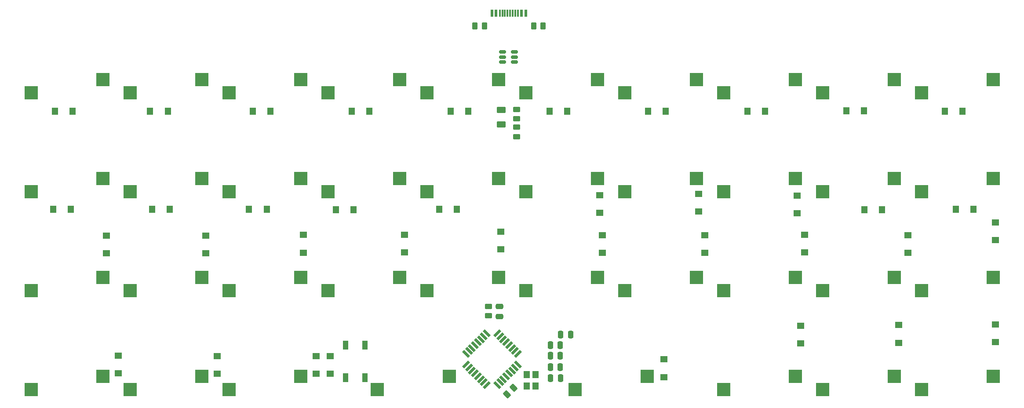
<source format=gbr>
%TF.GenerationSoftware,KiCad,Pcbnew,(5.99.0-12882-g2a6c73b8df)*%
%TF.CreationDate,2021-11-03T21:03:34+01:00*%
%TF.ProjectId,ortho-qaz,6f727468-6f2d-4716-917a-2e6b69636164,rev?*%
%TF.SameCoordinates,Original*%
%TF.FileFunction,Paste,Bot*%
%TF.FilePolarity,Positive*%
%FSLAX46Y46*%
G04 Gerber Fmt 4.6, Leading zero omitted, Abs format (unit mm)*
G04 Created by KiCad (PCBNEW (5.99.0-12882-g2a6c73b8df)) date 2021-11-03 21:03:34*
%MOMM*%
%LPD*%
G01*
G04 APERTURE LIST*
G04 Aperture macros list*
%AMRoundRect*
0 Rectangle with rounded corners*
0 $1 Rounding radius*
0 $2 $3 $4 $5 $6 $7 $8 $9 X,Y pos of 4 corners*
0 Add a 4 corners polygon primitive as box body*
4,1,4,$2,$3,$4,$5,$6,$7,$8,$9,$2,$3,0*
0 Add four circle primitives for the rounded corners*
1,1,$1+$1,$2,$3*
1,1,$1+$1,$4,$5*
1,1,$1+$1,$6,$7*
1,1,$1+$1,$8,$9*
0 Add four rect primitives between the rounded corners*
20,1,$1+$1,$2,$3,$4,$5,0*
20,1,$1+$1,$4,$5,$6,$7,0*
20,1,$1+$1,$6,$7,$8,$9,0*
20,1,$1+$1,$8,$9,$2,$3,0*%
%AMRotRect*
0 Rectangle, with rotation*
0 The origin of the aperture is its center*
0 $1 length*
0 $2 width*
0 $3 Rotation angle, in degrees counterclockwise*
0 Add horizontal line*
21,1,$1,$2,0,0,$3*%
G04 Aperture macros list end*
%ADD10R,1.400000X1.200000*%
%ADD11R,1.200000X1.400000*%
%ADD12R,2.550000X2.500000*%
%ADD13RoundRect,0.250000X-0.250000X-0.475000X0.250000X-0.475000X0.250000X0.475000X-0.250000X0.475000X0*%
%ADD14R,0.600000X1.450000*%
%ADD15R,0.300000X1.450000*%
%ADD16RoundRect,0.150000X0.512500X0.150000X-0.512500X0.150000X-0.512500X-0.150000X0.512500X-0.150000X0*%
%ADD17RotRect,1.600000X0.550000X45.000000*%
%ADD18RotRect,1.600000X0.550000X135.000000*%
%ADD19R,1.000000X1.700000*%
%ADD20RoundRect,0.249998X-0.132583X0.503816X-0.503816X0.132583X0.132583X-0.503816X0.503816X-0.132583X0*%
%ADD21RoundRect,0.249998X0.262502X0.450002X-0.262502X0.450002X-0.262502X-0.450002X0.262502X-0.450002X0*%
%ADD22RoundRect,0.249998X-0.262502X-0.450002X0.262502X-0.450002X0.262502X0.450002X-0.262502X0.450002X0*%
%ADD23RoundRect,0.249998X-0.450002X0.262502X-0.450002X-0.262502X0.450002X-0.262502X0.450002X0.262502X0*%
%ADD24RoundRect,0.249998X0.450002X-0.262502X0.450002X0.262502X-0.450002X0.262502X-0.450002X-0.262502X0*%
%ADD25RoundRect,0.250000X-0.625000X0.375000X-0.625000X-0.375000X0.625000X-0.375000X0.625000X0.375000X0*%
%ADD26RoundRect,0.250000X0.250000X0.475000X-0.250000X0.475000X-0.250000X-0.475000X0.250000X-0.475000X0*%
%ADD27RoundRect,0.250000X0.475000X-0.250000X0.475000X0.250000X-0.475000X0.250000X-0.475000X-0.250000X0*%
G04 APERTURE END LIST*
D10*
%TO.C,D39*%
X240390000Y-85030000D03*
X240390000Y-88430000D03*
%TD*%
%TO.C,D38*%
X221790000Y-85130000D03*
X221790000Y-88530000D03*
%TD*%
%TO.C,D37*%
X202890000Y-85230000D03*
X202890000Y-88630000D03*
%TD*%
%TO.C,D35*%
X176540000Y-95130000D03*
X176540000Y-91730000D03*
%TD*%
%TO.C,D33*%
X112290000Y-94480000D03*
X112290000Y-91080000D03*
%TD*%
%TO.C,D32*%
X109640000Y-94480000D03*
X109640000Y-91080000D03*
%TD*%
%TO.C,D31*%
X90540000Y-94480000D03*
X90540000Y-91080000D03*
%TD*%
%TO.C,D30*%
X71490000Y-94380000D03*
X71490000Y-90980000D03*
%TD*%
%TO.C,D29*%
X240390000Y-65330000D03*
X240390000Y-68730000D03*
%TD*%
%TO.C,D28*%
X223590000Y-67830000D03*
X223590000Y-71230000D03*
%TD*%
%TO.C,D27*%
X203690000Y-67730000D03*
X203690000Y-71130000D03*
%TD*%
%TO.C,D26*%
X184490000Y-67830000D03*
X184490000Y-71230000D03*
%TD*%
%TO.C,D25*%
X164690000Y-67830000D03*
X164690000Y-71230000D03*
%TD*%
%TO.C,D24*%
X145140000Y-67130000D03*
X145140000Y-70530000D03*
%TD*%
%TO.C,D23*%
X126590000Y-67730000D03*
X126590000Y-71130000D03*
%TD*%
%TO.C,D22*%
X107190000Y-67780000D03*
X107190000Y-71180000D03*
%TD*%
%TO.C,D21*%
X88390000Y-67880000D03*
X88390000Y-71280000D03*
%TD*%
%TO.C,D20*%
X69240000Y-67930000D03*
X69240000Y-71330000D03*
%TD*%
D11*
%TO.C,D19*%
X232790000Y-62830000D03*
X236190000Y-62830000D03*
%TD*%
%TO.C,D18*%
X215190000Y-62930000D03*
X218590000Y-62930000D03*
%TD*%
D10*
%TO.C,D17*%
X202190000Y-63630000D03*
X202190000Y-60230000D03*
%TD*%
%TO.C,D16*%
X183290000Y-63230000D03*
X183290000Y-59830000D03*
%TD*%
%TO.C,D15*%
X164190000Y-63530000D03*
X164190000Y-60130000D03*
%TD*%
D11*
%TO.C,D14*%
X133290000Y-62830000D03*
X136690000Y-62830000D03*
%TD*%
%TO.C,D13*%
X113390000Y-62930000D03*
X116790000Y-62930000D03*
%TD*%
%TO.C,D12*%
X96690000Y-62830000D03*
X100090000Y-62830000D03*
%TD*%
%TO.C,D11*%
X78040000Y-62830000D03*
X81440000Y-62830000D03*
%TD*%
%TO.C,D10*%
X58990000Y-62855000D03*
X62390000Y-62855000D03*
%TD*%
%TO.C,D9*%
X230690000Y-43930000D03*
X234090000Y-43930000D03*
%TD*%
%TO.C,D8*%
X211690000Y-43880000D03*
X215090000Y-43880000D03*
%TD*%
%TO.C,D7*%
X192640000Y-43930000D03*
X196040000Y-43930000D03*
%TD*%
%TO.C,D6*%
X173490000Y-43980000D03*
X176890000Y-43980000D03*
%TD*%
%TO.C,D5*%
X154590000Y-43980000D03*
X157990000Y-43980000D03*
%TD*%
%TO.C,D4*%
X138940000Y-43980000D03*
X135540000Y-43980000D03*
%TD*%
%TO.C,D3*%
X119840000Y-43980000D03*
X116440000Y-43980000D03*
%TD*%
%TO.C,D2*%
X100840000Y-43930000D03*
X97440000Y-43930000D03*
%TD*%
%TO.C,D1*%
X81040000Y-43930000D03*
X77640000Y-43930000D03*
%TD*%
%TO.C,D0*%
X62740000Y-43930000D03*
X59340000Y-43930000D03*
%TD*%
D12*
%TO.C,K26*%
X182850000Y-75970000D03*
X169000000Y-78510000D03*
%TD*%
%TO.C,K24*%
X144750000Y-75970000D03*
X130900000Y-78510000D03*
%TD*%
D13*
%TO.C,C4*%
X156620000Y-91050000D03*
X154720000Y-91050000D03*
%TD*%
%TO.C,C6*%
X156600000Y-89030000D03*
X154700000Y-89030000D03*
%TD*%
D12*
%TO.C,K39*%
X240000000Y-95000000D03*
X226150000Y-97540000D03*
%TD*%
%TO.C,K38*%
X220950000Y-95020000D03*
X207100000Y-97560000D03*
%TD*%
%TO.C,K37*%
X201900000Y-95020000D03*
X188050000Y-97560000D03*
%TD*%
%TO.C,K35*%
X173325000Y-95020000D03*
X159475000Y-97560000D03*
%TD*%
%TO.C,K33*%
X135225000Y-95020000D03*
X121375000Y-97560000D03*
%TD*%
%TO.C,K32*%
X106650000Y-95020000D03*
X92800000Y-97560000D03*
%TD*%
%TO.C,K31*%
X87600000Y-95020000D03*
X73750000Y-97560000D03*
%TD*%
%TO.C,K30*%
X68550000Y-95020000D03*
X54700000Y-97560000D03*
%TD*%
%TO.C,K29*%
X240000000Y-75970000D03*
X226150000Y-78510000D03*
%TD*%
%TO.C,K28*%
X220950000Y-75970000D03*
X207100000Y-78510000D03*
%TD*%
%TO.C,K27*%
X201900000Y-75970000D03*
X188050000Y-78510000D03*
%TD*%
%TO.C,K25*%
X163800000Y-75970000D03*
X149950000Y-78510000D03*
%TD*%
%TO.C,K23*%
X125700000Y-75970000D03*
X111850000Y-78510000D03*
%TD*%
%TO.C,K22*%
X106650000Y-75970000D03*
X92800000Y-78510000D03*
%TD*%
%TO.C,K21*%
X87600000Y-75970000D03*
X73750000Y-78510000D03*
%TD*%
%TO.C,K20*%
X68550000Y-75970000D03*
X54700000Y-78510000D03*
%TD*%
%TO.C,K19*%
X240000000Y-56920000D03*
X226150000Y-59460000D03*
%TD*%
%TO.C,K18*%
X220950000Y-56920000D03*
X207100000Y-59460000D03*
%TD*%
%TO.C,K17*%
X201900000Y-56920000D03*
X188050000Y-59460000D03*
%TD*%
%TO.C,K16*%
X182850000Y-56920000D03*
X169000000Y-59460000D03*
%TD*%
%TO.C,K15*%
X163800000Y-56920000D03*
X149950000Y-59460000D03*
%TD*%
%TO.C,K14*%
X144750000Y-56920000D03*
X130900000Y-59460000D03*
%TD*%
%TO.C,K13*%
X125700000Y-56920000D03*
X111850000Y-59460000D03*
%TD*%
%TO.C,K12*%
X106650000Y-56920000D03*
X92800000Y-59460000D03*
%TD*%
%TO.C,K11*%
X87600000Y-56920000D03*
X73750000Y-59460000D03*
%TD*%
%TO.C,K10*%
X68550000Y-56920000D03*
X54700000Y-59460000D03*
%TD*%
%TO.C,K9*%
X240000000Y-37870000D03*
X226150000Y-40410000D03*
%TD*%
%TO.C,K8*%
X220950000Y-37870000D03*
X207100000Y-40410000D03*
%TD*%
%TO.C,K7*%
X201900000Y-37870000D03*
X188050000Y-40410000D03*
%TD*%
%TO.C,K6*%
X182850000Y-37870000D03*
X169000000Y-40410000D03*
%TD*%
%TO.C,K5*%
X163800000Y-37870000D03*
X149950000Y-40410000D03*
%TD*%
%TO.C,K4*%
X144750000Y-37870000D03*
X130900000Y-40410000D03*
%TD*%
%TO.C,K3*%
X125700000Y-37870000D03*
X111850000Y-40410000D03*
%TD*%
%TO.C,K2*%
X106650000Y-37870000D03*
X92800000Y-40410000D03*
%TD*%
%TO.C,K1*%
X87600000Y-37870000D03*
X73750000Y-40410000D03*
%TD*%
%TO.C,K0*%
X68550000Y-37870000D03*
X54700000Y-40410000D03*
%TD*%
D14*
%TO.C,J1*%
X149965000Y-25087500D03*
X149165000Y-25087500D03*
X144265000Y-25087500D03*
X143465000Y-25087500D03*
X143465000Y-25087500D03*
X144265000Y-25087500D03*
X149165000Y-25087500D03*
X149965000Y-25087500D03*
D15*
X144965000Y-25087500D03*
X145465000Y-25087500D03*
X145965000Y-25087500D03*
X146965000Y-25087500D03*
X147465000Y-25087500D03*
X147965000Y-25087500D03*
X148465000Y-25087500D03*
X146465000Y-25087500D03*
%TD*%
D11*
%TO.C,Y1*%
X150140000Y-94630000D03*
X150140000Y-96830000D03*
X151840000Y-96830000D03*
X151840000Y-94630000D03*
%TD*%
D16*
%TO.C,U2*%
X145542500Y-32550000D03*
X145542500Y-33500000D03*
X145542500Y-34450000D03*
X147817500Y-34450000D03*
X147817500Y-33500000D03*
X147817500Y-32550000D03*
%TD*%
D17*
%TO.C,U1*%
X148455103Y-90684695D03*
X147889417Y-90119010D03*
X147323732Y-89553324D03*
X146758047Y-88987639D03*
X146192361Y-88421953D03*
X145626676Y-87856268D03*
X145060990Y-87290583D03*
X144495305Y-86724897D03*
D18*
X142444695Y-86724897D03*
X141879010Y-87290583D03*
X141313324Y-87856268D03*
X140747639Y-88421953D03*
X140181953Y-88987639D03*
X139616268Y-89553324D03*
X139050583Y-90119010D03*
X138484897Y-90684695D03*
D17*
X138484897Y-92735305D03*
X139050583Y-93300990D03*
X139616268Y-93866676D03*
X140181953Y-94432361D03*
X140747639Y-94998047D03*
X141313324Y-95563732D03*
X141879010Y-96129417D03*
X142444695Y-96695103D03*
D18*
X144495305Y-96695103D03*
X145060990Y-96129417D03*
X145626676Y-95563732D03*
X146192361Y-94998047D03*
X146758047Y-94432361D03*
X147323732Y-93866676D03*
X147889417Y-93300990D03*
X148455103Y-92735305D03*
%TD*%
D19*
%TO.C,SW1*%
X115240000Y-88980000D03*
X115240000Y-95280000D03*
X119040000Y-88980000D03*
X119040000Y-95280000D03*
%TD*%
D20*
%TO.C,R6*%
X146329530Y-98470470D03*
X147620000Y-97180000D03*
%TD*%
D21*
%TO.C,R5*%
X151487500Y-27530000D03*
X153312500Y-27530000D03*
%TD*%
D22*
%TO.C,R4*%
X142002500Y-27530000D03*
X140177500Y-27530000D03*
%TD*%
D23*
%TO.C,R3*%
X142790000Y-83342500D03*
X142790000Y-81517500D03*
%TD*%
D24*
%TO.C,R2*%
X148190000Y-43597500D03*
X148190000Y-45422500D03*
%TD*%
D23*
%TO.C,R1*%
X148190000Y-48822500D03*
X148190000Y-46997500D03*
%TD*%
D25*
%TO.C,F1*%
X145280000Y-46500000D03*
X145280000Y-43700000D03*
%TD*%
D13*
%TO.C,C5*%
X158590000Y-86940000D03*
X156690000Y-86940000D03*
%TD*%
%TO.C,C3*%
X156640000Y-95380000D03*
X154740000Y-95380000D03*
%TD*%
D26*
%TO.C,C2*%
X154730000Y-93250000D03*
X156630000Y-93250000D03*
%TD*%
D27*
%TO.C,C1*%
X144890000Y-81580000D03*
X144890000Y-83480000D03*
%TD*%
M02*

</source>
